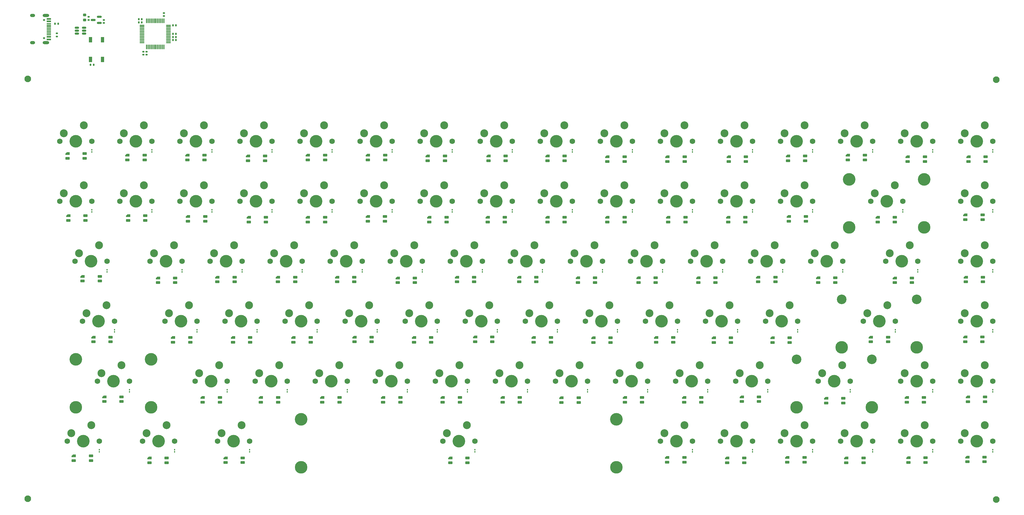
<source format=gbr>
%TF.GenerationSoftware,KiCad,Pcbnew,9.0.3*%
%TF.CreationDate,2025-12-04T16:15:47+02:00*%
%TF.ProjectId,MyCustom_75Keeb,4d794375-7374-46f6-9d5f-37354b656562,2.0.0*%
%TF.SameCoordinates,Original*%
%TF.FileFunction,Soldermask,Bot*%
%TF.FilePolarity,Negative*%
%FSLAX46Y46*%
G04 Gerber Fmt 4.6, Leading zero omitted, Abs format (unit mm)*
G04 Created by KiCad (PCBNEW 9.0.3) date 2025-12-04 16:15:47*
%MOMM*%
%LPD*%
G01*
G04 APERTURE LIST*
G04 Aperture macros list*
%AMRoundRect*
0 Rectangle with rounded corners*
0 $1 Rounding radius*
0 $2 $3 $4 $5 $6 $7 $8 $9 X,Y pos of 4 corners*
0 Add a 4 corners polygon primitive as box body*
4,1,4,$2,$3,$4,$5,$6,$7,$8,$9,$2,$3,0*
0 Add four circle primitives for the rounded corners*
1,1,$1+$1,$2,$3*
1,1,$1+$1,$4,$5*
1,1,$1+$1,$6,$7*
1,1,$1+$1,$8,$9*
0 Add four rect primitives between the rounded corners*
20,1,$1+$1,$2,$3,$4,$5,0*
20,1,$1+$1,$4,$5,$6,$7,0*
20,1,$1+$1,$6,$7,$8,$9,0*
20,1,$1+$1,$8,$9,$2,$3,0*%
%AMFreePoly0*
4,1,18,-0.410000,0.593000,-0.403758,0.624380,-0.385983,0.650983,-0.359380,0.668758,-0.328000,0.675000,0.328000,0.675000,0.359380,0.668758,0.385983,0.650983,0.403758,0.624380,0.410000,0.593000,0.410000,-0.593000,0.403758,-0.624380,0.385983,-0.650983,0.359380,-0.668758,0.328000,-0.675000,0.000000,-0.675000,-0.410000,-0.265000,-0.410000,0.593000,-0.410000,0.593000,$1*%
G04 Aperture macros list end*
%ADD10C,1.750000*%
%ADD11C,4.000000*%
%ADD12C,2.500000*%
%ADD13C,3.987800*%
%ADD14C,2.100000*%
%ADD15C,3.048000*%
%ADD16RoundRect,0.082000X-0.593000X0.328000X-0.593000X-0.328000X0.593000X-0.328000X0.593000X0.328000X0*%
%ADD17FreePoly0,270.000000*%
%ADD18RoundRect,0.100000X0.100000X-0.130000X0.100000X0.130000X-0.100000X0.130000X-0.100000X-0.130000X0*%
%ADD19RoundRect,0.135000X-0.135000X-0.185000X0.135000X-0.185000X0.135000X0.185000X-0.135000X0.185000X0*%
%ADD20RoundRect,0.140000X0.140000X0.170000X-0.140000X0.170000X-0.140000X-0.170000X0.140000X-0.170000X0*%
%ADD21C,0.650000*%
%ADD22R,1.450000X0.600000*%
%ADD23R,1.450000X0.300000*%
%ADD24O,1.600000X1.000000*%
%ADD25O,2.100000X1.000000*%
%ADD26RoundRect,0.150000X0.512500X0.150000X-0.512500X0.150000X-0.512500X-0.150000X0.512500X-0.150000X0*%
%ADD27RoundRect,0.140000X-0.170000X0.140000X-0.170000X-0.140000X0.170000X-0.140000X0.170000X0.140000X0*%
%ADD28RoundRect,0.075000X0.662500X0.075000X-0.662500X0.075000X-0.662500X-0.075000X0.662500X-0.075000X0*%
%ADD29RoundRect,0.075000X0.075000X0.662500X-0.075000X0.662500X-0.075000X-0.662500X0.075000X-0.662500X0*%
%ADD30RoundRect,0.140000X0.170000X-0.140000X0.170000X0.140000X-0.170000X0.140000X-0.170000X-0.140000X0*%
%ADD31RoundRect,0.135000X-0.185000X0.135000X-0.185000X-0.135000X0.185000X-0.135000X0.185000X0.135000X0*%
%ADD32RoundRect,0.140000X-0.140000X-0.170000X0.140000X-0.170000X0.140000X0.170000X-0.140000X0.170000X0*%
%ADD33RoundRect,0.150000X0.587500X0.150000X-0.587500X0.150000X-0.587500X-0.150000X0.587500X-0.150000X0*%
%ADD34RoundRect,0.135000X0.135000X0.185000X-0.135000X0.185000X-0.135000X-0.185000X0.135000X-0.185000X0*%
%ADD35RoundRect,0.218750X-0.256250X0.218750X-0.256250X-0.218750X0.256250X-0.218750X0.256250X0.218750X0*%
%ADD36R,1.000000X1.700000*%
G04 APERTURE END LIST*
D10*
%TO.C,SW70*%
X228282500Y-114300000D03*
D11*
X233362500Y-114300000D03*
D10*
X238442500Y-114300000D03*
D12*
X229552500Y-111760000D03*
X235902500Y-109220000D03*
%TD*%
D10*
%TO.C,SW81*%
X261620000Y-133350000D03*
D11*
X266700000Y-133350000D03*
D10*
X271780000Y-133350000D03*
D12*
X262890000Y-130810000D03*
X269240000Y-128270000D03*
%TD*%
D10*
%TO.C,SW19*%
X71120000Y-57150000D03*
D11*
X76200000Y-57150000D03*
D10*
X81280000Y-57150000D03*
D12*
X72390000Y-54610000D03*
X78740000Y-52070000D03*
%TD*%
D10*
%TO.C,SW66*%
X152082500Y-114300000D03*
D11*
X157162500Y-114300000D03*
D10*
X162242500Y-114300000D03*
D12*
X153352500Y-111760000D03*
X159702500Y-109220000D03*
%TD*%
D10*
%TO.C,SW65*%
X133032500Y-114300000D03*
D11*
X138112500Y-114300000D03*
D10*
X143192500Y-114300000D03*
D12*
X134302500Y-111760000D03*
X140652500Y-109220000D03*
%TD*%
D10*
%TO.C,SW33*%
X61595000Y-76200000D03*
D11*
X66675000Y-76200000D03*
D10*
X71755000Y-76200000D03*
D12*
X62865000Y-73660000D03*
X69215000Y-71120000D03*
%TD*%
D10*
%TO.C,SW56*%
X218757500Y-95250000D03*
D11*
X223837500Y-95250000D03*
D10*
X228917500Y-95250000D03*
D12*
X220027500Y-92710000D03*
X226377500Y-90170000D03*
%TD*%
D10*
%TO.C,SW3*%
X71120000Y-38100000D03*
D11*
X76200000Y-38100000D03*
D10*
X81280000Y-38100000D03*
D12*
X72390000Y-35560000D03*
X78740000Y-33020000D03*
%TD*%
D10*
%TO.C,SW77*%
X83026250Y-133350000D03*
D11*
X88106250Y-133350000D03*
D10*
X93186250Y-133350000D03*
D12*
X84296250Y-130810000D03*
X90646250Y-128270000D03*
%TD*%
D10*
%TO.C,SW11*%
X223520000Y-38100000D03*
D11*
X228600000Y-38100000D03*
D10*
X233680000Y-38100000D03*
D12*
X224790000Y-35560000D03*
X231140000Y-33020000D03*
%TD*%
D10*
%TO.C,SW15*%
X299720000Y-38100000D03*
D11*
X304800000Y-38100000D03*
D10*
X309880000Y-38100000D03*
D12*
X300990000Y-35560000D03*
X307340000Y-33020000D03*
%TD*%
D10*
%TO.C,SW29*%
X261620000Y-57150000D03*
D11*
X266700000Y-57150000D03*
D10*
X271780000Y-57150000D03*
D12*
X262890000Y-54610000D03*
X269240000Y-52070000D03*
%TD*%
D10*
%TO.C,SW32*%
X37782500Y-76200000D03*
D11*
X42862500Y-76200000D03*
D10*
X47942500Y-76200000D03*
D12*
X39052500Y-73660000D03*
X45402500Y-71120000D03*
%TD*%
D10*
%TO.C,SW44*%
X271145000Y-76200000D03*
D11*
X276225000Y-76200000D03*
D10*
X281305000Y-76200000D03*
D12*
X272415000Y-73660000D03*
X278765000Y-71120000D03*
%TD*%
D11*
%TO.C,S6*%
X283368750Y-50165000D03*
D13*
X283368750Y-65405000D03*
D11*
X307181250Y-50165000D03*
D13*
X307181250Y-65405000D03*
%TD*%
D10*
%TO.C,SW40*%
X194945000Y-76200000D03*
D11*
X200025000Y-76200000D03*
D10*
X205105000Y-76200000D03*
D12*
X196215000Y-73660000D03*
X202565000Y-71120000D03*
%TD*%
D10*
%TO.C,SW71*%
X247332500Y-114300000D03*
D11*
X252412500Y-114300000D03*
D10*
X257492500Y-114300000D03*
D12*
X248602500Y-111760000D03*
X254952500Y-109220000D03*
%TD*%
D10*
%TO.C,SW30*%
X290195000Y-57150000D03*
D11*
X295275000Y-57150000D03*
D10*
X300355000Y-57150000D03*
D12*
X291465000Y-54610000D03*
X297815000Y-52070000D03*
%TD*%
D10*
%TO.C,SW1*%
X33020000Y-38100000D03*
D11*
X38100000Y-38100000D03*
D10*
X43180000Y-38100000D03*
D12*
X34290000Y-35560000D03*
X40640000Y-33020000D03*
%TD*%
D10*
%TO.C,SW12*%
X242570000Y-38100000D03*
D11*
X247650000Y-38100000D03*
D10*
X252730000Y-38100000D03*
D12*
X243840000Y-35560000D03*
X250190000Y-33020000D03*
%TD*%
D10*
%TO.C,SW47*%
X40163750Y-95250000D03*
D11*
X45243750Y-95250000D03*
D10*
X50323750Y-95250000D03*
D12*
X41433750Y-92710000D03*
X47783750Y-90170000D03*
%TD*%
D10*
%TO.C,SW73*%
X299720000Y-114300000D03*
D11*
X304800000Y-114300000D03*
D10*
X309880000Y-114300000D03*
D12*
X300990000Y-111760000D03*
X307340000Y-109220000D03*
%TD*%
D10*
%TO.C,SW54*%
X180657500Y-95250000D03*
D11*
X185737500Y-95250000D03*
D10*
X190817500Y-95250000D03*
D12*
X181927500Y-92710000D03*
X188277500Y-90170000D03*
%TD*%
D14*
%TO.C,H4*%
X22862446Y-151585029D03*
%TD*%
D11*
%TO.C,S2*%
X38100000Y-107315000D03*
D13*
X38100000Y-122555000D03*
D11*
X61912500Y-107315000D03*
D13*
X61912500Y-122555000D03*
%TD*%
D10*
%TO.C,SW74*%
X318770000Y-114300000D03*
D11*
X323850000Y-114300000D03*
D10*
X328930000Y-114300000D03*
D12*
X320040000Y-111760000D03*
X326390000Y-109220000D03*
%TD*%
D10*
%TO.C,SW59*%
X287813750Y-95250000D03*
D11*
X292893750Y-95250000D03*
D10*
X297973750Y-95250000D03*
D12*
X289083750Y-92710000D03*
X295433750Y-90170000D03*
%TD*%
D10*
%TO.C,SW26*%
X204470000Y-57150000D03*
D11*
X209550000Y-57150000D03*
D10*
X214630000Y-57150000D03*
D12*
X205740000Y-54610000D03*
X212090000Y-52070000D03*
%TD*%
D10*
%TO.C,SW23*%
X147320000Y-57150000D03*
D11*
X152400000Y-57150000D03*
D10*
X157480000Y-57150000D03*
D12*
X148590000Y-54610000D03*
X154940000Y-52070000D03*
%TD*%
D10*
%TO.C,SW37*%
X137795000Y-76200000D03*
D11*
X142875000Y-76200000D03*
D10*
X147955000Y-76200000D03*
D12*
X139065000Y-73660000D03*
X145415000Y-71120000D03*
%TD*%
D10*
%TO.C,SW2*%
X52070000Y-38100000D03*
D11*
X57150000Y-38100000D03*
D10*
X62230000Y-38100000D03*
D12*
X53340000Y-35560000D03*
X59690000Y-33020000D03*
%TD*%
D10*
%TO.C,SW43*%
X252095000Y-76200000D03*
D11*
X257175000Y-76200000D03*
D10*
X262255000Y-76200000D03*
D12*
X253365000Y-73660000D03*
X259715000Y-71120000D03*
%TD*%
D10*
%TO.C,SW36*%
X118745000Y-76200000D03*
D11*
X123825000Y-76200000D03*
D10*
X128905000Y-76200000D03*
D12*
X120015000Y-73660000D03*
X126365000Y-71120000D03*
%TD*%
D10*
%TO.C,SW20*%
X90170000Y-57150000D03*
D11*
X95250000Y-57150000D03*
D10*
X100330000Y-57150000D03*
D12*
X91440000Y-54610000D03*
X97790000Y-52070000D03*
%TD*%
D10*
%TO.C,SW69*%
X209232500Y-114300000D03*
D11*
X214312500Y-114300000D03*
D10*
X219392500Y-114300000D03*
D12*
X210502500Y-111760000D03*
X216852500Y-109220000D03*
%TD*%
D10*
%TO.C,SW4*%
X90170000Y-38100000D03*
D11*
X95250000Y-38100000D03*
D10*
X100330000Y-38100000D03*
D12*
X91440000Y-35560000D03*
X97790000Y-33020000D03*
%TD*%
D10*
%TO.C,SW46*%
X318770000Y-76200000D03*
D11*
X323850000Y-76200000D03*
D10*
X328930000Y-76200000D03*
D12*
X320040000Y-73660000D03*
X326390000Y-71120000D03*
%TD*%
D14*
%TO.C,H2*%
X330012446Y-151835029D03*
%TD*%
D10*
%TO.C,SW18*%
X52070000Y-57150000D03*
D11*
X57150000Y-57150000D03*
D10*
X62230000Y-57150000D03*
D12*
X53340000Y-54610000D03*
X59690000Y-52070000D03*
%TD*%
D10*
%TO.C,SW50*%
X104457500Y-95250000D03*
D11*
X109537500Y-95250000D03*
D10*
X114617500Y-95250000D03*
D12*
X105727500Y-92710000D03*
X112077500Y-90170000D03*
%TD*%
D10*
%TO.C,SW53*%
X161607500Y-95250000D03*
D11*
X166687500Y-95250000D03*
D10*
X171767500Y-95250000D03*
D12*
X162877500Y-92710000D03*
X169227500Y-90170000D03*
%TD*%
D10*
%TO.C,SW67*%
X171132500Y-114300000D03*
D11*
X176212500Y-114300000D03*
D10*
X181292500Y-114300000D03*
D12*
X172402500Y-111760000D03*
X178752500Y-109220000D03*
%TD*%
D15*
%TO.C,S5*%
X266700000Y-107315000D03*
D13*
X266700000Y-122555000D03*
D15*
X290512500Y-107315000D03*
D13*
X290512500Y-122555000D03*
%TD*%
D10*
%TO.C,SW35*%
X99695000Y-76200000D03*
D11*
X104775000Y-76200000D03*
D10*
X109855000Y-76200000D03*
D12*
X100965000Y-73660000D03*
X107315000Y-71120000D03*
%TD*%
D10*
%TO.C,SW38*%
X156845000Y-76200000D03*
D11*
X161925000Y-76200000D03*
D10*
X167005000Y-76200000D03*
D12*
X158115000Y-73660000D03*
X164465000Y-71120000D03*
%TD*%
D10*
%TO.C,SW17*%
X33020000Y-57150000D03*
D11*
X38100000Y-57150000D03*
D10*
X43180000Y-57150000D03*
D12*
X34290000Y-54610000D03*
X40640000Y-52070000D03*
%TD*%
D10*
%TO.C,SW60*%
X318770000Y-95250000D03*
D11*
X323850000Y-95250000D03*
D10*
X328930000Y-95250000D03*
D12*
X320040000Y-92710000D03*
X326390000Y-90170000D03*
%TD*%
D10*
%TO.C,SW28*%
X242570000Y-57150000D03*
D11*
X247650000Y-57150000D03*
D10*
X252730000Y-57150000D03*
D12*
X243840000Y-54610000D03*
X250190000Y-52070000D03*
%TD*%
D10*
%TO.C,SW21*%
X109220000Y-57150000D03*
D11*
X114300000Y-57150000D03*
D10*
X119380000Y-57150000D03*
D12*
X110490000Y-54610000D03*
X116840000Y-52070000D03*
%TD*%
D10*
%TO.C,SW68*%
X190182500Y-114300000D03*
D11*
X195262500Y-114300000D03*
D10*
X200342500Y-114300000D03*
D12*
X191452500Y-111760000D03*
X197802500Y-109220000D03*
%TD*%
D10*
%TO.C,SW41*%
X213995000Y-76200000D03*
D11*
X219075000Y-76200000D03*
D10*
X224155000Y-76200000D03*
D12*
X215265000Y-73660000D03*
X221615000Y-71120000D03*
%TD*%
D10*
%TO.C,SW55*%
X199707500Y-95250000D03*
D11*
X204787500Y-95250000D03*
D10*
X209867500Y-95250000D03*
D12*
X200977500Y-92710000D03*
X207327500Y-90170000D03*
%TD*%
D10*
%TO.C,SW58*%
X256857500Y-95250000D03*
D11*
X261937500Y-95250000D03*
D10*
X267017500Y-95250000D03*
D12*
X258127500Y-92710000D03*
X264477500Y-90170000D03*
%TD*%
D10*
%TO.C,SW64*%
X113982500Y-114300000D03*
D11*
X119062500Y-114300000D03*
D10*
X124142500Y-114300000D03*
D12*
X115252500Y-111760000D03*
X121602500Y-109220000D03*
%TD*%
D15*
%TO.C,S7*%
X280987500Y-88265000D03*
D13*
X280987500Y-103505000D03*
D15*
X304800000Y-88265000D03*
D13*
X304800000Y-103505000D03*
%TD*%
D10*
%TO.C,SW63*%
X94932500Y-114300000D03*
D11*
X100012500Y-114300000D03*
D10*
X105092500Y-114300000D03*
D12*
X96202500Y-111760000D03*
X102552500Y-109220000D03*
%TD*%
D10*
%TO.C,SW13*%
X261620000Y-38100000D03*
D11*
X266700000Y-38100000D03*
D10*
X271780000Y-38100000D03*
D12*
X262890000Y-35560000D03*
X269240000Y-33020000D03*
%TD*%
D10*
%TO.C,SW39*%
X175895000Y-76200000D03*
D11*
X180975000Y-76200000D03*
D10*
X186055000Y-76200000D03*
D12*
X177165000Y-73660000D03*
X183515000Y-71120000D03*
%TD*%
D10*
%TO.C,SW61*%
X44926250Y-114300000D03*
D11*
X50006250Y-114300000D03*
D10*
X55086250Y-114300000D03*
D12*
X46196250Y-111760000D03*
X52546250Y-109220000D03*
%TD*%
D10*
%TO.C,SW48*%
X66357500Y-95250000D03*
D11*
X71437500Y-95250000D03*
D10*
X76517500Y-95250000D03*
D12*
X67627500Y-92710000D03*
X73977500Y-90170000D03*
%TD*%
D10*
%TO.C,SW82*%
X280670000Y-133350000D03*
D11*
X285750000Y-133350000D03*
D10*
X290830000Y-133350000D03*
D12*
X281940000Y-130810000D03*
X288290000Y-128270000D03*
%TD*%
D10*
%TO.C,SW52*%
X142557500Y-95250000D03*
D11*
X147637500Y-95250000D03*
D10*
X152717500Y-95250000D03*
D12*
X143827500Y-92710000D03*
X150177500Y-90170000D03*
%TD*%
D10*
%TO.C,SW25*%
X185420000Y-57150000D03*
D11*
X190500000Y-57150000D03*
D10*
X195580000Y-57150000D03*
D12*
X186690000Y-54610000D03*
X193040000Y-52070000D03*
%TD*%
D10*
%TO.C,SW24*%
X166370000Y-57150000D03*
D11*
X171450000Y-57150000D03*
D10*
X176530000Y-57150000D03*
D12*
X167640000Y-54610000D03*
X173990000Y-52070000D03*
%TD*%
D10*
%TO.C,SW76*%
X59213750Y-133350000D03*
D11*
X64293750Y-133350000D03*
D10*
X69373750Y-133350000D03*
D12*
X60483750Y-130810000D03*
X66833750Y-128270000D03*
%TD*%
D10*
%TO.C,SW7*%
X147320000Y-38100000D03*
D11*
X152400000Y-38100000D03*
D10*
X157480000Y-38100000D03*
D12*
X148590000Y-35560000D03*
X154940000Y-33020000D03*
%TD*%
D10*
%TO.C,SW75*%
X35401250Y-133350000D03*
D11*
X40481250Y-133350000D03*
D10*
X45561250Y-133350000D03*
D12*
X36671250Y-130810000D03*
X43021250Y-128270000D03*
%TD*%
D10*
%TO.C,SW42*%
X233045000Y-76200000D03*
D11*
X238125000Y-76200000D03*
D10*
X243205000Y-76200000D03*
D12*
X234315000Y-73660000D03*
X240665000Y-71120000D03*
%TD*%
D11*
%TO.C,S1*%
X109537500Y-126365000D03*
D13*
X109537500Y-141605000D03*
D11*
X209550000Y-126365000D03*
D13*
X209550000Y-141605000D03*
%TD*%
D10*
%TO.C,SW83*%
X299720000Y-133350000D03*
D11*
X304800000Y-133350000D03*
D10*
X309880000Y-133350000D03*
D12*
X300990000Y-130810000D03*
X307340000Y-128270000D03*
%TD*%
D14*
%TO.C,H1*%
X330012446Y-18485029D03*
%TD*%
D10*
%TO.C,SW49*%
X85407500Y-95250000D03*
D11*
X90487500Y-95250000D03*
D10*
X95567500Y-95250000D03*
D12*
X86677500Y-92710000D03*
X93027500Y-90170000D03*
%TD*%
D10*
%TO.C,SW9*%
X185420000Y-38100000D03*
D11*
X190500000Y-38100000D03*
D10*
X195580000Y-38100000D03*
D12*
X186690000Y-35560000D03*
X193040000Y-33020000D03*
%TD*%
D10*
%TO.C,SW84*%
X318770000Y-133350000D03*
D11*
X323850000Y-133350000D03*
D10*
X328930000Y-133350000D03*
D12*
X320040000Y-130810000D03*
X326390000Y-128270000D03*
%TD*%
D10*
%TO.C,SW6*%
X128270000Y-38100000D03*
D11*
X133350000Y-38100000D03*
D10*
X138430000Y-38100000D03*
D12*
X129540000Y-35560000D03*
X135890000Y-33020000D03*
%TD*%
D10*
%TO.C,SW78*%
X154463750Y-133350000D03*
D11*
X159543750Y-133350000D03*
D10*
X164623750Y-133350000D03*
D12*
X155733750Y-130810000D03*
X162083750Y-128270000D03*
%TD*%
D10*
%TO.C,SW22*%
X128270000Y-57150000D03*
D11*
X133350000Y-57150000D03*
D10*
X138430000Y-57150000D03*
D12*
X129540000Y-54610000D03*
X135890000Y-52070000D03*
%TD*%
D10*
%TO.C,SW80*%
X242570000Y-133350000D03*
D11*
X247650000Y-133350000D03*
D10*
X252730000Y-133350000D03*
D12*
X243840000Y-130810000D03*
X250190000Y-128270000D03*
%TD*%
D10*
%TO.C,SW16*%
X318770000Y-38100000D03*
D11*
X323850000Y-38100000D03*
D10*
X328930000Y-38100000D03*
D12*
X320040000Y-35560000D03*
X326390000Y-33020000D03*
%TD*%
D14*
%TO.C,H3*%
X22812446Y-18235029D03*
%TD*%
D10*
%TO.C,SW8*%
X166370000Y-38100000D03*
D11*
X171450000Y-38100000D03*
D10*
X176530000Y-38100000D03*
D12*
X167640000Y-35560000D03*
X173990000Y-33020000D03*
%TD*%
D10*
%TO.C,SW34*%
X80645000Y-76200000D03*
D11*
X85725000Y-76200000D03*
D10*
X90805000Y-76200000D03*
D12*
X81915000Y-73660000D03*
X88265000Y-71120000D03*
%TD*%
D10*
%TO.C,SW62*%
X75882500Y-114300000D03*
D11*
X80962500Y-114300000D03*
D10*
X86042500Y-114300000D03*
D12*
X77152500Y-111760000D03*
X83502500Y-109220000D03*
%TD*%
D10*
%TO.C,SW31*%
X318770000Y-57150000D03*
D11*
X323850000Y-57150000D03*
D10*
X328930000Y-57150000D03*
D12*
X320040000Y-54610000D03*
X326390000Y-52070000D03*
%TD*%
D10*
%TO.C,SW79*%
X223520000Y-133350000D03*
D11*
X228600000Y-133350000D03*
D10*
X233680000Y-133350000D03*
D12*
X224790000Y-130810000D03*
X231140000Y-128270000D03*
%TD*%
D10*
%TO.C,SW5*%
X109220000Y-38100000D03*
D11*
X114300000Y-38100000D03*
D10*
X119380000Y-38100000D03*
D12*
X110490000Y-35560000D03*
X116840000Y-33020000D03*
%TD*%
D10*
%TO.C,SW14*%
X280670000Y-38100000D03*
D11*
X285750000Y-38100000D03*
D10*
X290830000Y-38100000D03*
D12*
X281940000Y-35560000D03*
X288290000Y-33020000D03*
%TD*%
D10*
%TO.C,SW10*%
X204470000Y-38100000D03*
D11*
X209550000Y-38100000D03*
D10*
X214630000Y-38100000D03*
D12*
X205740000Y-35560000D03*
X212090000Y-33020000D03*
%TD*%
D10*
%TO.C,SW51*%
X123507500Y-95250000D03*
D11*
X128587500Y-95250000D03*
D10*
X133667500Y-95250000D03*
D12*
X124777500Y-92710000D03*
X131127500Y-90170000D03*
%TD*%
D10*
%TO.C,SW27*%
X223520000Y-57150000D03*
D11*
X228600000Y-57150000D03*
D10*
X233680000Y-57150000D03*
D12*
X224790000Y-54610000D03*
X231140000Y-52070000D03*
%TD*%
D10*
%TO.C,SW45*%
X294957500Y-76200000D03*
D11*
X300037500Y-76200000D03*
D10*
X305117500Y-76200000D03*
D12*
X296227500Y-73660000D03*
X302577500Y-71120000D03*
%TD*%
D10*
%TO.C,SW72*%
X273526250Y-114300000D03*
D11*
X278606250Y-114300000D03*
D10*
X283686250Y-114300000D03*
D12*
X274796250Y-111760000D03*
X281146250Y-109220000D03*
%TD*%
D10*
%TO.C,SW57*%
X237807500Y-95250000D03*
D11*
X242887500Y-95250000D03*
D10*
X247967500Y-95250000D03*
D12*
X239077500Y-92710000D03*
X245427500Y-90170000D03*
%TD*%
D16*
%TO.C,LED81*%
X162287446Y-140185029D03*
X162287446Y-138685029D03*
X156837446Y-140185029D03*
D17*
X156837446Y-138685029D03*
%TD*%
D16*
%TO.C,LED30*%
X297862446Y-63735029D03*
X297862446Y-62235029D03*
X292412446Y-63735029D03*
D17*
X292412446Y-62235029D03*
%TD*%
D16*
%TO.C,LED64*%
X102212446Y-120935029D03*
X102212446Y-119435029D03*
X96762446Y-120935029D03*
D17*
X96762446Y-119435029D03*
%TD*%
D18*
%TO.C,D77*%
X93186250Y-136700000D03*
X93186250Y-136060000D03*
%TD*%
D16*
%TO.C,LED1*%
X40887446Y-43485029D03*
X40887446Y-41985029D03*
X35437446Y-43485029D03*
D17*
X35437446Y-41985029D03*
%TD*%
D18*
%TO.C,D49*%
X95567500Y-98600000D03*
X95567500Y-97960000D03*
%TD*%
D16*
%TO.C,LED58*%
X245887446Y-101985029D03*
X245887446Y-100485029D03*
X240437446Y-101985029D03*
D17*
X240437446Y-100485029D03*
%TD*%
D16*
%TO.C,LED17*%
X41112446Y-63235029D03*
X41112446Y-61735029D03*
X35662446Y-63235029D03*
D17*
X35662446Y-61735029D03*
%TD*%
D19*
%TO.C,R7*%
X31439946Y-710027D03*
X32459946Y-710027D03*
%TD*%
D16*
%TO.C,LED39*%
X184137446Y-82735029D03*
X184137446Y-81235029D03*
X178687446Y-82735029D03*
D17*
X178687446Y-81235029D03*
%TD*%
D16*
%TO.C,LED36*%
X126412446Y-82735029D03*
X126412446Y-81235029D03*
X120962446Y-82735029D03*
D17*
X120962446Y-81235029D03*
%TD*%
D18*
%TO.C,D82*%
X290830000Y-136700000D03*
X290830000Y-136060000D03*
%TD*%
D16*
%TO.C,LED47*%
X49087446Y-101785029D03*
X49087446Y-100285029D03*
X43637446Y-101785029D03*
D17*
X43637446Y-100285029D03*
%TD*%
D16*
%TO.C,LED24*%
X174137446Y-63735029D03*
X174137446Y-62235029D03*
X168687446Y-63735029D03*
D17*
X168687446Y-62235029D03*
%TD*%
D16*
%TO.C,LED80*%
X91012446Y-140135029D03*
X91012446Y-138635029D03*
X85562446Y-140135029D03*
D17*
X85562446Y-138635029D03*
%TD*%
D18*
%TO.C,D24*%
X176530000Y-60500000D03*
X176530000Y-59860000D03*
%TD*%
D20*
%TO.C,C10*%
X59019947Y-287522D03*
X58059947Y-287522D03*
%TD*%
D16*
%TO.C,LED20*%
X98387446Y-63735029D03*
X98387446Y-62235029D03*
X92937446Y-63735029D03*
D17*
X92937446Y-62235029D03*
%TD*%
D18*
%TO.C,D37*%
X147955000Y-79550000D03*
X147955000Y-78910000D03*
%TD*%
%TO.C,D76*%
X69373750Y-136700000D03*
X69373750Y-136060000D03*
%TD*%
D16*
%TO.C,LED31*%
X325662446Y-62985029D03*
X325662446Y-61485029D03*
X320212446Y-62985029D03*
D17*
X320212446Y-61485029D03*
%TD*%
D16*
%TO.C,LED68*%
X159887446Y-120985029D03*
X159887446Y-119485029D03*
X154437446Y-120985029D03*
D17*
X154437446Y-119485029D03*
%TD*%
D18*
%TO.C,D83*%
X309880000Y-136700000D03*
X309880000Y-136060000D03*
%TD*%
%TO.C,D3*%
X81280000Y-41450000D03*
X81280000Y-40810000D03*
%TD*%
%TO.C,D81*%
X271780000Y-136700000D03*
X271780000Y-136060000D03*
%TD*%
%TO.C,D58*%
X267017500Y-98600000D03*
X267017500Y-97960000D03*
%TD*%
%TO.C,D72*%
X283686250Y-117650000D03*
X283686250Y-117010000D03*
%TD*%
D21*
%TO.C,J1*%
X28037446Y-5350029D03*
X28037446Y429971D03*
D22*
X29482446Y-5710029D03*
X29482446Y-4910029D03*
D23*
X29482446Y-3710029D03*
X29482446Y-2710029D03*
X29482446Y-2210029D03*
X29482446Y-1210029D03*
D22*
X29482446Y-10029D03*
X29482446Y789971D03*
X29482446Y789971D03*
X29482446Y-10029D03*
D23*
X29482446Y-710029D03*
X29482446Y-1710029D03*
X29482446Y-3210029D03*
X29482446Y-4210029D03*
D22*
X29482446Y-4910029D03*
X29482446Y-5710029D03*
D24*
X24387446Y-6780029D03*
D25*
X28567446Y-6780029D03*
D24*
X24387446Y1859971D03*
D25*
X28567446Y1859971D03*
%TD*%
D26*
%TO.C,U3*%
X40674946Y-2010029D03*
X40674946Y-2960029D03*
X40674946Y-3910029D03*
X38399946Y-3910029D03*
X38399946Y-2960029D03*
X38399946Y-2010029D03*
%TD*%
D16*
%TO.C,LED23*%
X155637446Y-63735029D03*
X155637446Y-62235029D03*
X150187446Y-63735029D03*
D17*
X150187446Y-62235029D03*
%TD*%
D16*
%TO.C,LED7*%
X155137446Y-44235029D03*
X155137446Y-42735029D03*
X149687446Y-44235029D03*
D17*
X149687446Y-42735029D03*
%TD*%
D16*
%TO.C,LED63*%
X83762446Y-120935029D03*
X83762446Y-119435029D03*
X78312446Y-120935029D03*
D17*
X78312446Y-119435029D03*
%TD*%
D18*
%TO.C,D56*%
X228917500Y-98600000D03*
X228917500Y-97960000D03*
%TD*%
D16*
%TO.C,LED2*%
X59887446Y-43985029D03*
X59887446Y-42485029D03*
X54437446Y-43985029D03*
D17*
X54437446Y-42485029D03*
%TD*%
D16*
%TO.C,LED70*%
X197562446Y-121035029D03*
X197562446Y-119535029D03*
X192112446Y-121035029D03*
D17*
X192112446Y-119535029D03*
%TD*%
D18*
%TO.C,D40*%
X205105000Y-79550000D03*
X205105000Y-78910000D03*
%TD*%
D16*
%TO.C,LED26*%
X212137446Y-63735029D03*
X212137446Y-62235029D03*
X206687446Y-63735029D03*
D17*
X206687446Y-62235029D03*
%TD*%
D16*
%TO.C,LED73*%
X254762446Y-120735029D03*
X254762446Y-119235029D03*
X249312446Y-120735029D03*
D17*
X249312446Y-119235029D03*
%TD*%
D18*
%TO.C,D10*%
X214630000Y-41450000D03*
X214630000Y-40810000D03*
%TD*%
%TO.C,D45*%
X305117500Y-79550000D03*
X305117500Y-78910000D03*
%TD*%
D16*
%TO.C,LED5*%
X117112446Y-43985029D03*
X117112446Y-42485029D03*
X111662446Y-43985029D03*
D17*
X111662446Y-42485029D03*
%TD*%
D16*
%TO.C,LED67*%
X141012446Y-120935029D03*
X141012446Y-119435029D03*
X135562446Y-120935029D03*
D17*
X135562446Y-119435029D03*
%TD*%
D16*
%TO.C,LED3*%
X78887446Y-43985029D03*
X78887446Y-42485029D03*
X73437446Y-43985029D03*
D17*
X73437446Y-42485029D03*
%TD*%
D18*
%TO.C,D53*%
X171767500Y-98600000D03*
X171767500Y-97960000D03*
%TD*%
D16*
%TO.C,LED85*%
X287887446Y-140185029D03*
X287887446Y-138685029D03*
X282437446Y-140185029D03*
D17*
X282437446Y-138685029D03*
%TD*%
D18*
%TO.C,D20*%
X100330000Y-60500000D03*
X100330000Y-59860000D03*
%TD*%
%TO.C,D16*%
X328930000Y-41450000D03*
X328930000Y-40810000D03*
%TD*%
D16*
%TO.C,LED25*%
X193137446Y-63735029D03*
X193137446Y-62235029D03*
X187687446Y-63735029D03*
D17*
X187687446Y-62235029D03*
%TD*%
D16*
%TO.C,LED62*%
X52562446Y-120735029D03*
X52562446Y-119235029D03*
X47112446Y-120735029D03*
D17*
X47112446Y-119235029D03*
%TD*%
D18*
%TO.C,D28*%
X252730000Y-60500000D03*
X252730000Y-59860000D03*
%TD*%
D27*
%TO.C,C7*%
X66012446Y2642471D03*
X66012446Y1682471D03*
%TD*%
D16*
%TO.C,LED18*%
X60112446Y-63235029D03*
X60112446Y-61735029D03*
X54662446Y-63235029D03*
D17*
X54662446Y-61735029D03*
%TD*%
D20*
%TO.C,C8*%
X69864946Y-4960029D03*
X68904946Y-4960029D03*
%TD*%
D16*
%TO.C,LED69*%
X178887446Y-120985029D03*
X178887446Y-119485029D03*
X173437446Y-120985029D03*
D17*
X173437446Y-119485029D03*
%TD*%
D18*
%TO.C,D70*%
X238442500Y-117650000D03*
X238442500Y-117010000D03*
%TD*%
D16*
%TO.C,LED41*%
X221962446Y-82935029D03*
X221962446Y-81435029D03*
X216512446Y-82935029D03*
D17*
X216512446Y-81435029D03*
%TD*%
D16*
%TO.C,LED13*%
X269387446Y-44235029D03*
X269387446Y-42735029D03*
X263937446Y-44235029D03*
D17*
X263937446Y-42735029D03*
%TD*%
D18*
%TO.C,D1*%
X43180000Y-41450000D03*
X43180000Y-40810000D03*
%TD*%
%TO.C,D52*%
X152717500Y-98600000D03*
X152717500Y-97960000D03*
%TD*%
%TO.C,D38*%
X167005000Y-79550000D03*
X167005000Y-78910000D03*
%TD*%
%TO.C,D19*%
X81280000Y-60500000D03*
X81280000Y-59860000D03*
%TD*%
%TO.C,D11*%
X233680000Y-41450000D03*
X233680000Y-40810000D03*
%TD*%
%TO.C,D41*%
X224155000Y-79550000D03*
X224155000Y-78910000D03*
%TD*%
D16*
%TO.C,LED9*%
X193137446Y-44235029D03*
X193137446Y-42735029D03*
X187687446Y-44235029D03*
D17*
X187687446Y-42735029D03*
%TD*%
D16*
%TO.C,LED46*%
X325762446Y-82735029D03*
X325762446Y-81235029D03*
X320312446Y-82735029D03*
D17*
X320312446Y-81235029D03*
%TD*%
D18*
%TO.C,D50*%
X114617500Y-98600000D03*
X114617500Y-97960000D03*
%TD*%
%TO.C,D34*%
X90805000Y-79550000D03*
X90805000Y-78910000D03*
%TD*%
D16*
%TO.C,LED48*%
X74362446Y-101935029D03*
X74362446Y-100435029D03*
X68912446Y-101935029D03*
D17*
X68912446Y-100435029D03*
%TD*%
D16*
%TO.C,LED53*%
X170162446Y-101735029D03*
X170162446Y-100235029D03*
X164712446Y-101735029D03*
D17*
X164712446Y-100235029D03*
%TD*%
D16*
%TO.C,LED86*%
X307587446Y-140085029D03*
X307587446Y-138585029D03*
X302137446Y-140085029D03*
D17*
X302137446Y-138585029D03*
%TD*%
D18*
%TO.C,D9*%
X195580000Y-41450000D03*
X195580000Y-40810000D03*
%TD*%
D28*
%TO.C,U1*%
X67424946Y-1210029D03*
X67424946Y-1710029D03*
X67424946Y-2210029D03*
X67424946Y-2710029D03*
X67424946Y-3210029D03*
X67424946Y-3710029D03*
X67424946Y-4210029D03*
X67424946Y-4710029D03*
X67424946Y-5210029D03*
X67424946Y-5710029D03*
X67424946Y-6210029D03*
X67424946Y-6710029D03*
D29*
X66012446Y-8122529D03*
X65512446Y-8122529D03*
X65012446Y-8122529D03*
X64512446Y-8122529D03*
X64012446Y-8122529D03*
X63512446Y-8122529D03*
X63012446Y-8122529D03*
X62512446Y-8122529D03*
X62012446Y-8122529D03*
X61512446Y-8122529D03*
X61012446Y-8122529D03*
X60512446Y-8122529D03*
D28*
X59099946Y-6710029D03*
X59099946Y-6210029D03*
X59099946Y-5710029D03*
X59099946Y-5210029D03*
X59099946Y-4710029D03*
X59099946Y-4210029D03*
X59099946Y-3710029D03*
X59099946Y-3210029D03*
X59099946Y-2710029D03*
X59099946Y-2210029D03*
X59099946Y-1710029D03*
X59099946Y-1210029D03*
D29*
X60512446Y202471D03*
X61012446Y202471D03*
X61512446Y202471D03*
X62012446Y202471D03*
X62512446Y202471D03*
X63012446Y202471D03*
X63512446Y202471D03*
X64012446Y202471D03*
X64512446Y202471D03*
X65012446Y202471D03*
X65512446Y202471D03*
X66012446Y202471D03*
%TD*%
D16*
%TO.C,LED38*%
X164412446Y-82735029D03*
X164412446Y-81235029D03*
X158962446Y-82735029D03*
D17*
X158962446Y-81235029D03*
%TD*%
D18*
%TO.C,D64*%
X124142500Y-117650000D03*
X124142500Y-117010000D03*
%TD*%
D30*
%TO.C,C3*%
X60512443Y-10562530D03*
X60512443Y-9602530D03*
%TD*%
D16*
%TO.C,LED42*%
X240962446Y-82935029D03*
X240962446Y-81435029D03*
X235512446Y-82935029D03*
D17*
X235512446Y-81435029D03*
%TD*%
D18*
%TO.C,D22*%
X138430000Y-60500000D03*
X138430000Y-59860000D03*
%TD*%
D16*
%TO.C,LED44*%
X278962446Y-82935029D03*
X278962446Y-81435029D03*
X273512446Y-82935029D03*
D17*
X273512446Y-81435029D03*
%TD*%
D16*
%TO.C,LED14*%
X288387446Y-43985029D03*
X288387446Y-42485029D03*
X282937446Y-43985029D03*
D17*
X282937446Y-42485029D03*
%TD*%
D30*
%TO.C,C12*%
X42104943Y474722D03*
X42104943Y1434722D03*
%TD*%
D16*
%TO.C,LED71*%
X217687446Y-120985029D03*
X217687446Y-119485029D03*
X212237446Y-120985029D03*
D17*
X212237446Y-119485029D03*
%TD*%
D18*
%TO.C,D23*%
X157480000Y-60500000D03*
X157480000Y-59860000D03*
%TD*%
D16*
%TO.C,LED83*%
X250087446Y-140185029D03*
X250087446Y-138685029D03*
X244637446Y-140185029D03*
D17*
X244637446Y-138685029D03*
%TD*%
D18*
%TO.C,D47*%
X50323750Y-98600000D03*
X50323750Y-97960000D03*
%TD*%
D16*
%TO.C,LED11*%
X231162446Y-44485029D03*
X231162446Y-42985029D03*
X225712446Y-44485029D03*
D17*
X225712446Y-42985029D03*
%TD*%
D18*
%TO.C,D12*%
X252730000Y-41450000D03*
X252730000Y-40810000D03*
%TD*%
%TO.C,D43*%
X262255000Y-79550000D03*
X262255000Y-78910000D03*
%TD*%
%TO.C,D80*%
X252730000Y-136700000D03*
X252730000Y-136060000D03*
%TD*%
%TO.C,D2*%
X62230000Y-41450000D03*
X62230000Y-40810000D03*
%TD*%
D16*
%TO.C,LED12*%
X250612446Y-44485029D03*
X250612446Y-42985029D03*
X245162446Y-44485029D03*
D17*
X245162446Y-42985029D03*
%TD*%
D16*
%TO.C,LED15*%
X307387446Y-44485029D03*
X307387446Y-42985029D03*
X301937446Y-44485029D03*
D17*
X301937446Y-42985029D03*
%TD*%
D18*
%TO.C,D14*%
X290830000Y-41450000D03*
X290830000Y-40810000D03*
%TD*%
D16*
%TO.C,LED76*%
X326487446Y-120785029D03*
X326487446Y-119285029D03*
X321037446Y-120785029D03*
D17*
X321037446Y-119285029D03*
%TD*%
D16*
%TO.C,LED72*%
X236487446Y-120985029D03*
X236487446Y-119485029D03*
X231037446Y-120985029D03*
D17*
X231037446Y-119485029D03*
%TD*%
D18*
%TO.C,D17*%
X43180000Y-60500000D03*
X43180000Y-59860000D03*
%TD*%
%TO.C,D67*%
X181292500Y-117650000D03*
X181292500Y-117010000D03*
%TD*%
D20*
%TO.C,C1*%
X69864947Y-1210030D03*
X68904947Y-1210030D03*
%TD*%
D16*
%TO.C,LED84*%
X269187446Y-139985029D03*
X269187446Y-138485029D03*
X263737446Y-139985029D03*
D17*
X263737446Y-138485029D03*
%TD*%
D18*
%TO.C,D7*%
X157480000Y-41450000D03*
X157480000Y-40810000D03*
%TD*%
D16*
%TO.C,LED32*%
X45662446Y-82485029D03*
X45662446Y-80985029D03*
X40212446Y-82485029D03*
D17*
X40212446Y-80985029D03*
%TD*%
D20*
%TO.C,C9*%
X69864947Y-5942529D03*
X68904947Y-5942529D03*
%TD*%
D16*
%TO.C,LED29*%
X269637446Y-63485029D03*
X269637446Y-61985029D03*
X264187446Y-63485029D03*
D17*
X264187446Y-61985029D03*
%TD*%
D18*
%TO.C,D5*%
X119380000Y-41450000D03*
X119380000Y-40810000D03*
%TD*%
%TO.C,D71*%
X257492500Y-117650000D03*
X257492500Y-117010000D03*
%TD*%
%TO.C,D42*%
X243205000Y-79550000D03*
X243205000Y-78910000D03*
%TD*%
D16*
%TO.C,LED37*%
X145637446Y-82985029D03*
X145637446Y-81485029D03*
X140187446Y-82985029D03*
D17*
X140187446Y-81485029D03*
%TD*%
D16*
%TO.C,LED51*%
X131887446Y-101785029D03*
X131887446Y-100285029D03*
X126437446Y-101785029D03*
D17*
X126437446Y-100285029D03*
%TD*%
D18*
%TO.C,D78*%
X164623750Y-136700000D03*
X164623750Y-136060000D03*
%TD*%
%TO.C,D73*%
X309880000Y-117650000D03*
X309880000Y-117010000D03*
%TD*%
D16*
%TO.C,LED59*%
X264487446Y-101985029D03*
X264487446Y-100485029D03*
X259037446Y-101985029D03*
D17*
X259037446Y-100485029D03*
%TD*%
D18*
%TO.C,D68*%
X200342500Y-117650000D03*
X200342500Y-117010000D03*
%TD*%
%TO.C,D57*%
X247967500Y-98600000D03*
X247967500Y-97960000D03*
%TD*%
%TO.C,D33*%
X71755000Y-79550000D03*
X71755000Y-78910000D03*
%TD*%
D16*
%TO.C,LED79*%
X66887446Y-140185029D03*
X66887446Y-138685029D03*
X61437446Y-140185029D03*
D17*
X61437446Y-138685029D03*
%TD*%
D18*
%TO.C,D4*%
X100330000Y-41450000D03*
X100330000Y-40810000D03*
%TD*%
D31*
%TO.C,R6*%
X32062446Y-3795029D03*
X32062446Y-4815029D03*
%TD*%
D18*
%TO.C,D65*%
X143192500Y-117650000D03*
X143192500Y-117010000D03*
%TD*%
%TO.C,D69*%
X219392500Y-117650000D03*
X219392500Y-117010000D03*
%TD*%
%TO.C,D13*%
X271780000Y-41450000D03*
X271780000Y-40810000D03*
%TD*%
D16*
%TO.C,LED28*%
X250412446Y-63735029D03*
X250412446Y-62235029D03*
X244962446Y-63735029D03*
D17*
X244962446Y-62235029D03*
%TD*%
D18*
%TO.C,D66*%
X162242500Y-117650000D03*
X162242500Y-117010000D03*
%TD*%
%TO.C,D27*%
X233680000Y-60500000D03*
X233680000Y-59860000D03*
%TD*%
%TO.C,D36*%
X128905000Y-79550000D03*
X128905000Y-78910000D03*
%TD*%
D32*
%TO.C,C2*%
X68904946Y-3960030D03*
X69864946Y-3960030D03*
%TD*%
D18*
%TO.C,D74*%
X328930000Y-117650000D03*
X328930000Y-117010000D03*
%TD*%
D16*
%TO.C,LED56*%
X207687446Y-101985029D03*
X207687446Y-100485029D03*
X202237446Y-101985029D03*
D17*
X202237446Y-100485029D03*
%TD*%
D18*
%TO.C,D32*%
X47942500Y-79550000D03*
X47942500Y-78910000D03*
%TD*%
D16*
%TO.C,LED8*%
X174387446Y-44235029D03*
X174387446Y-42735029D03*
X168937446Y-44235029D03*
D17*
X168937446Y-42735029D03*
%TD*%
D16*
%TO.C,LED19*%
X79112446Y-63485029D03*
X79112446Y-61985029D03*
X73662446Y-63485029D03*
D17*
X73662446Y-61985029D03*
%TD*%
D20*
%TO.C,C11*%
X59019949Y694971D03*
X58059949Y694971D03*
%TD*%
D16*
%TO.C,LED65*%
X121687446Y-120985029D03*
X121687446Y-119485029D03*
X116237446Y-120985029D03*
D17*
X116237446Y-119485029D03*
%TD*%
D18*
%TO.C,D15*%
X309880000Y-41450000D03*
X309880000Y-40810000D03*
%TD*%
%TO.C,D6*%
X138430000Y-41450000D03*
X138430000Y-40810000D03*
%TD*%
D16*
%TO.C,LED35*%
X107637446Y-82735029D03*
X107637446Y-81235029D03*
X102187446Y-82735029D03*
D17*
X102187446Y-81235029D03*
%TD*%
D18*
%TO.C,D84*%
X328930000Y-136700000D03*
X328930000Y-136060000D03*
%TD*%
%TO.C,D31*%
X328930000Y-60500000D03*
X328930000Y-59860000D03*
%TD*%
%TO.C,D8*%
X176530000Y-41450000D03*
X176530000Y-40810000D03*
%TD*%
D16*
%TO.C,LED57*%
X227562446Y-101935029D03*
X227562446Y-100435029D03*
X222112446Y-101935029D03*
D17*
X222112446Y-100435029D03*
%TD*%
D16*
%TO.C,LED10*%
X212112446Y-44485029D03*
X212112446Y-42985029D03*
X206662446Y-44485029D03*
D17*
X206662446Y-42985029D03*
%TD*%
D16*
%TO.C,LED60*%
X295687446Y-101785029D03*
X295687446Y-100285029D03*
X290237446Y-101785029D03*
D17*
X290237446Y-100285029D03*
%TD*%
D18*
%TO.C,D18*%
X62230000Y-60500000D03*
X62230000Y-59860000D03*
%TD*%
%TO.C,D61*%
X55086250Y-117650000D03*
X55086250Y-117010000D03*
%TD*%
D16*
%TO.C,LED43*%
X259962446Y-82735029D03*
X259962446Y-81235029D03*
X254512446Y-82735029D03*
D17*
X254512446Y-81235029D03*
%TD*%
D18*
%TO.C,D39*%
X186055000Y-79550000D03*
X186055000Y-78910000D03*
%TD*%
D33*
%TO.C,U4*%
X45484943Y1423722D03*
X45484943Y-476278D03*
X43609943Y473722D03*
%TD*%
D34*
%TO.C,R5*%
X43772441Y-13755025D03*
X42752441Y-13755025D03*
%TD*%
D16*
%TO.C,LED34*%
X88412446Y-82735029D03*
X88412446Y-81235029D03*
X82962446Y-82735029D03*
D17*
X82962446Y-81235029D03*
%TD*%
D18*
%TO.C,D46*%
X328930000Y-79550000D03*
X328930000Y-78910000D03*
%TD*%
%TO.C,D48*%
X76517500Y-98600000D03*
X76517500Y-97960000D03*
%TD*%
D16*
%TO.C,LED61*%
X325612446Y-101735029D03*
X325612446Y-100235029D03*
X320162446Y-101735029D03*
D17*
X320162446Y-100235029D03*
%TD*%
D18*
%TO.C,D30*%
X300355000Y-60500000D03*
X300355000Y-59860000D03*
%TD*%
D16*
%TO.C,LED27*%
X231412446Y-63735029D03*
X231412446Y-62235029D03*
X225962446Y-63735029D03*
D17*
X225962446Y-62235029D03*
%TD*%
D16*
%TO.C,LED16*%
X326612446Y-44485029D03*
X326612446Y-42985029D03*
X321162446Y-44485029D03*
D17*
X321162446Y-42985029D03*
%TD*%
D35*
%TO.C,F1*%
X40852443Y2051220D03*
X40852443Y476220D03*
%TD*%
D18*
%TO.C,D55*%
X209867500Y-98600000D03*
X209867500Y-97960000D03*
%TD*%
%TO.C,D35*%
X109855000Y-79550000D03*
X109855000Y-78910000D03*
%TD*%
D16*
%TO.C,LED87*%
X326287446Y-139885029D03*
X326287446Y-138385029D03*
X320837446Y-139885029D03*
D17*
X320837446Y-138385029D03*
%TD*%
D18*
%TO.C,D62*%
X86042500Y-117650000D03*
X86042500Y-117010000D03*
%TD*%
D36*
%TO.C,SW343*%
X46549947Y-12122529D03*
X46549947Y-5822529D03*
X42749947Y-12122529D03*
X42749947Y-5822529D03*
%TD*%
D16*
%TO.C,LED50*%
X112562446Y-101935029D03*
X112562446Y-100435029D03*
X107112446Y-101935029D03*
D17*
X107112446Y-100435029D03*
%TD*%
D18*
%TO.C,D60*%
X328930000Y-98600000D03*
X328930000Y-97960000D03*
%TD*%
D16*
%TO.C,LED45*%
X303287446Y-82985029D03*
X303287446Y-81485029D03*
X297837446Y-82985029D03*
D17*
X297837446Y-81485029D03*
%TD*%
D16*
%TO.C,LED54*%
X188762446Y-101935029D03*
X188762446Y-100435029D03*
X183312446Y-101935029D03*
D17*
X183312446Y-100435029D03*
%TD*%
D18*
%TO.C,D51*%
X133667500Y-98600000D03*
X133667500Y-97960000D03*
%TD*%
%TO.C,D59*%
X297973750Y-98600000D03*
X297973750Y-97960000D03*
%TD*%
%TO.C,D29*%
X271780000Y-60500000D03*
X271780000Y-59860000D03*
%TD*%
D16*
%TO.C,LED40*%
X202762446Y-82935029D03*
X202762446Y-81435029D03*
X197312446Y-82935029D03*
D17*
X197312446Y-81435029D03*
%TD*%
D18*
%TO.C,D25*%
X195580000Y-60500000D03*
X195580000Y-59860000D03*
%TD*%
D16*
%TO.C,LED22*%
X136137446Y-63485029D03*
X136137446Y-61985029D03*
X130687446Y-63485029D03*
D17*
X130687446Y-61985029D03*
%TD*%
D18*
%TO.C,D63*%
X105092500Y-117650000D03*
X105092500Y-117010000D03*
%TD*%
%TO.C,D21*%
X119380000Y-60500000D03*
X119380000Y-59860000D03*
%TD*%
D16*
%TO.C,LED4*%
X98112446Y-44235029D03*
X98112446Y-42735029D03*
X92662446Y-44235029D03*
D17*
X92662446Y-42735029D03*
%TD*%
D18*
%TO.C,D26*%
X214630000Y-60500000D03*
X214630000Y-59860000D03*
%TD*%
D16*
%TO.C,LED6*%
X136162446Y-43985029D03*
X136162446Y-42485029D03*
X130712446Y-43985029D03*
D17*
X130712446Y-42485029D03*
%TD*%
D16*
%TO.C,LED82*%
X231087446Y-139985029D03*
X231087446Y-138485029D03*
X225637446Y-139985029D03*
D17*
X225637446Y-138485029D03*
%TD*%
D16*
%TO.C,LED74*%
X281487446Y-121185029D03*
X281487446Y-119685029D03*
X276037446Y-121185029D03*
D17*
X276037446Y-119685029D03*
%TD*%
D16*
%TO.C,LED78*%
X42887446Y-139485029D03*
X42887446Y-137985029D03*
X37437446Y-139485029D03*
D17*
X37437446Y-137985029D03*
%TD*%
D16*
%TO.C,LED21*%
X117137446Y-63735029D03*
X117137446Y-62235029D03*
X111687446Y-63735029D03*
D17*
X111687446Y-62235029D03*
%TD*%
D16*
%TO.C,LED49*%
X93362446Y-101935029D03*
X93362446Y-100435029D03*
X87912446Y-101935029D03*
D17*
X87912446Y-100435029D03*
%TD*%
D30*
%TO.C,C13*%
X46989943Y-476278D03*
X46989943Y483722D03*
%TD*%
D16*
%TO.C,LED75*%
X307087446Y-120985029D03*
X307087446Y-119485029D03*
X301637446Y-120985029D03*
D17*
X301637446Y-119485029D03*
%TD*%
D18*
%TO.C,D44*%
X281305000Y-79550000D03*
X281305000Y-78910000D03*
%TD*%
%TO.C,D79*%
X233680000Y-136700000D03*
X233680000Y-136060000D03*
%TD*%
D30*
%TO.C,C6*%
X59529943Y-10562537D03*
X59529943Y-9602537D03*
%TD*%
D18*
%TO.C,D75*%
X45561250Y-136700000D03*
X45561250Y-136060000D03*
%TD*%
D16*
%TO.C,LED33*%
X69612446Y-82985029D03*
X69612446Y-81485029D03*
X64162446Y-82985029D03*
D17*
X64162446Y-81485029D03*
%TD*%
D16*
%TO.C,LED52*%
X150762446Y-101935029D03*
X150762446Y-100435029D03*
X145312446Y-101935029D03*
D17*
X145312446Y-100435029D03*
%TD*%
D18*
%TO.C,D54*%
X190817500Y-98600000D03*
X190817500Y-97960000D03*
%TD*%
M02*

</source>
